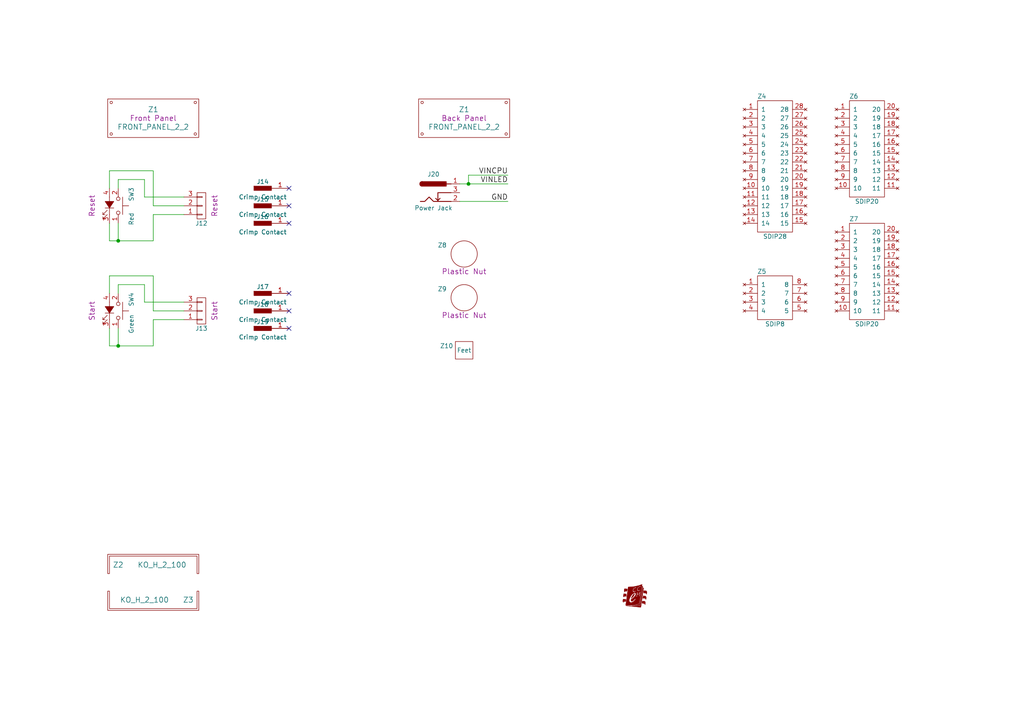
<source format=kicad_sch>
(kicad_sch (version 20230121) (generator eeschema)
  (paper "A4")
  (title_block (title "Case for RTI LED-Driver") (company "CCeH Secret Labs"))
  (lib_symbols
    (symbol "cceh-logo:LOGO" (pin_names (offset 1.016))
      (symbol "LOGO_0_0"
        (polyline (pts (xy -2.3622 -2.9972) (xy -2.5146 -2.9972) (xy -2.4892 -3.0226) (xy -2.3114 -3.0226) (xy -2.3622 -2.9972)) (stroke (width 0.0254)) (fill (type outline)))
        (polyline (pts (xy -0.9906 -0.7874) (xy -0.9398 -0.762) (xy -0.9144 -0.7112) (xy -0.8636 -0.6858) (xy -0.7112 -0.5334) (xy -0.6604 -0.508) (xy -0.5842 -0.4064) (xy -0.4826 -0.3048) (xy -0.3302 -0.1016) (xy -0.2286 0.1016) (xy -0.1778 0.1778) (xy -0.127 0.2794) (xy -0.1016 0.3556) (xy -0.1016 0.508) (xy -0.1524 0.508) (xy -0.254 0.4572) (xy -0.2794 0.4318) (xy -0.3302 0.4064) (xy -0.4826 0.254) (xy -0.5334 0.1778) (xy -0.762 -0.127) (xy -0.8128 -0.254) (xy -0.889 -0.3556) (xy -0.9906 -0.6096) (xy -1.0414 -0.7112) (xy -1.0414 -0.762) (xy -1.0668 -0.7874) (xy -1.0668 -0.8382) (xy -1.0414 -0.8382) (xy -0.9906 -0.7874)) (stroke (width 0.0254)) (fill (type outline)))
        (polyline (pts (xy 3.4036 0.4826) (xy 3.429 0.5588) (xy 3.429 0.6096) (xy 3.4544 0.6858) (xy 3.5052 0.9906) (xy 3.4036 1.1684) (xy 3.3528 1.27) (xy 3.302 1.3208) (xy 3.302 1.3462) (xy 3.0988 1.3462) (xy 3.0226 1.3716) (xy 2.9464 1.3716) (xy 2.5908 1.397) (xy 2.5908 1.3462) (xy 2.5654 1.3208) (xy 2.5654 1.2192) (xy 2.54 1.1684) (xy 2.54 0.9652) (xy 2.5146 0.9144) (xy 2.5146 0.7366) (xy 2.667 0.7366) (xy 2.7178 0.7112) (xy 2.921 0.7112) (xy 2.9718 0.6858) (xy 3.2004 0.6858) (xy 3.2004 0.6604) (xy 3.2512 0.6096) (xy 3.302 0.508) (xy 3.3274 0.4826) (xy 3.3528 0.4318) (xy 3.3528 0.381) (xy 3.3782 0.3556) (xy 3.4036 0.3556) (xy 3.4036 0.4826)) (stroke (width 0.0254)) (fill (type outline)))
        (polyline (pts (xy -2.921 1.0668) (xy -2.8956 1.1176) (xy -2.8956 1.2446) (xy -2.8702 1.27) (xy -2.667 1.27) (xy -2.5908 1.2446) (xy -2.3114 1.2446) (xy -2.3114 1.2954) (xy -2.286 1.3462) (xy -2.286 1.4732) (xy -2.2606 1.524) (xy -2.2606 1.651) (xy -2.2352 1.7272) (xy -2.2352 1.8796) (xy -2.286 1.8796) (xy -2.3368 1.905) (xy -2.4384 1.905) (xy -2.5146 1.9304) (xy -2.7178 1.9304) (xy -2.794 1.9558) (xy -2.9972 1.9558) (xy -3.0226 1.9812) (xy -3.0226 1.9304) (xy -3.048 1.8796) (xy -3.048 1.778) (xy -3.0734 1.7272) (xy -3.0734 1.651) (xy -3.1242 1.3208) (xy -3.048 1.143) (xy -3.0226 1.1176) (xy -2.9718 1.016) (xy -2.9464 0.9906) (xy -2.9464 0.9652) (xy -2.921 0.9652) (xy -2.921 1.0668)) (stroke (width 0.0254)) (fill (type outline)))
        (polyline (pts (xy -3.302 -1.9812) (xy -3.302 -1.8542) (xy -3.2766 -1.7272) (xy -2.9972 -1.7526) (xy -2.8448 -1.7526) (xy -2.794 -1.778) (xy -2.7178 -1.778) (xy -2.7178 -1.7018) (xy -2.6924 -1.651) (xy -2.6924 -1.5494) (xy -2.667 -1.4732) (xy -2.667 -1.2954) (xy -2.6416 -1.2446) (xy -2.6416 -1.1176) (xy -2.7178 -1.1176) (xy -2.7686 -1.0922) (xy -2.8956 -1.0922) (xy -2.9718 -1.0668) (xy -3.175 -1.0668) (xy -3.2512 -1.0414) (xy -3.4036 -1.0414) (xy -3.429 -1.0668) (xy -3.429 -1.143) (xy -3.4544 -1.2192) (xy -3.4544 -1.3462) (xy -3.4798 -1.4224) (xy -3.4798 -1.4986) (xy -3.5052 -1.5494) (xy -3.5052 -1.7018) (xy -3.4798 -1.7272) (xy -3.4798 -1.7526) (xy -3.4544 -1.778) (xy -3.3782 -1.9304) (xy -3.3274 -1.9812) (xy -3.3274 -2.0066) (xy -3.302 -1.9812)) (stroke (width 0.0254)) (fill (type outline)))
        (polyline (pts (xy -3.1496 -0.381) (xy -3.1242 -0.3556) (xy -3.1242 -0.2286) (xy -3.0988 -0.1778) (xy -3.048 -0.2032) (xy -2.8194 -0.2032) (xy -2.7432 -0.2286) (xy -2.54 -0.2286) (xy -2.54 -0.1524) (xy -2.5146 -0.127) (xy -2.5146 0) (xy -2.4892 0.0508) (xy -2.4892 0.1778) (xy -2.4638 0.254) (xy -2.4638 0.4064) (xy -2.4892 0.4318) (xy -2.6162 0.4318) (xy -2.667 0.4572) (xy -2.8702 0.4572) (xy -2.9464 0.4826) (xy -3.0734 0.4826) (xy -3.1242 0.508) (xy -3.2512 0.508) (xy -3.2512 0.4318) (xy -3.2766 0.381) (xy -3.2766 0.3048) (xy -3.302 0.254) (xy -3.302 0.1016) (xy -3.3274 0.0254) (xy -3.3274 -0.0508) (xy -3.3528 -0.1016) (xy -3.3528 -0.2286) (xy -3.3274 -0.254) (xy -3.3274 -0.2794) (xy -3.2512 -0.3556) (xy -3.1496 -0.4826) (xy -3.1496 -0.381)) (stroke (width 0.0254)) (fill (type outline)))
        (polyline (pts (xy 3.2004 -1.1176) (xy 3.2258 -1.0922) (xy 3.2258 -0.9652) (xy 3.2512 -0.9144) (xy 3.2512 -0.8382) (xy 3.302 -0.5334) (xy 3.2004 -0.3556) (xy 3.1496 -0.254) (xy 3.1242 -0.2286) (xy 3.1242 -0.2032) (xy 3.0988 -0.1778) (xy 3.048 -0.1778) (xy 2.9972 -0.1524) (xy 2.7686 -0.1524) (xy 2.6924 -0.127) (xy 2.3876 -0.127) (xy 2.3876 -0.2286) (xy 2.3622 -0.3048) (xy 2.3622 -0.4064) (xy 2.3368 -0.4826) (xy 2.3368 -0.6096) (xy 2.3114 -0.6604) (xy 2.3114 -0.762) (xy 2.3368 -0.7874) (xy 2.5654 -0.7874) (xy 2.6162 -0.8128) (xy 2.8702 -0.8128) (xy 2.921 -0.8382) (xy 2.9972 -0.8382) (xy 3.0226 -0.8636) (xy 3.0226 -0.889) (xy 3.048 -0.9144) (xy 3.1242 -1.0668) (xy 3.1496 -1.0922) (xy 3.175 -1.143) (xy 3.2004 -1.1684) (xy 3.2004 -1.1176)) (stroke (width 0.0254)) (fill (type outline)))
        (polyline (pts (xy 2.9718 -2.5908) (xy 2.9972 -2.54) (xy 2.9972 -2.413) (xy 3.0226 -2.3622) (xy 3.0226 -2.2098) (xy 3.048 -2.159) (xy 3.048 -2.0066) (xy 3.0226 -1.9558) (xy 3.0226 -1.9304) (xy 2.9718 -1.8288) (xy 2.9464 -1.8034) (xy 2.921 -1.7526) (xy 2.8702 -1.7018) (xy 2.8702 -1.6764) (xy 2.8194 -1.6764) (xy 2.7686 -1.651) (xy 2.54 -1.651) (xy 2.4638 -1.6256) (xy 2.159 -1.6256) (xy 2.159 -1.7272) (xy 2.1336 -1.8034) (xy 2.1336 -1.905) (xy 2.1082 -1.9812) (xy 2.1082 -2.1082) (xy 2.0828 -2.159) (xy 2.0828 -2.2606) (xy 2.1082 -2.286) (xy 2.286 -2.286) (xy 2.3368 -2.3114) (xy 2.54 -2.3114) (xy 2.5908 -2.3368) (xy 2.7686 -2.3368) (xy 2.794 -2.3622) (xy 2.794 -2.3876) (xy 2.8194 -2.413) (xy 2.8956 -2.5654) (xy 2.921 -2.5908) (xy 2.9464 -2.6416) (xy 2.9464 -2.667) (xy 2.9718 -2.667) (xy 2.9718 -2.5908)) (stroke (width 0.0254)) (fill (type outline)))
        (polyline (pts (xy 2.54 2.159) (xy 2.5146 2.1844) (xy 2.3876 2.1844) (xy 2.3876 2.1336) (xy 2.3622 2.1082) (xy 2.3622 1.9812) (xy 2.3114 1.778) (xy 2.3114 1.6764) (xy 2.2606 1.4224) (xy 2.2606 1.2954) (xy 2.2352 1.143) (xy 2.2098 0.9652) (xy 2.1844 0.8128) (xy 2.1336 0.4572) (xy 2.0828 0.254) (xy 2.0574 0.0508) (xy 2.032 -0.127) (xy 2.0066 -0.3302) (xy 1.6256 -2.8702) (xy 1.5494 -2.8702) (xy 1.3462 -2.921) (xy 1.2192 -2.9464) (xy 1.0922 -2.9464) (xy 0.7874 -2.9972) (xy 0.6096 -2.9972) (xy 0.4572 -3.0226) (xy 0.2794 -3.0226) (xy 0.1016 -3.048) (xy -0.0508 -3.048) (xy -0.2032 -3.0734) (xy -1.2954 -3.0734) (xy -1.4732 -3.048) (xy -1.8796 -3.048) (xy -2.1082 -3.0226) (xy -2.3114 -3.0226) (xy -2.2352 -3.048) (xy -2.0066 -3.048) (xy -1.8796 -3.0734) (xy -1.7526 -3.0734) (xy -1.6256 -3.0988) (xy -1.4732 -3.1242) (xy -1.2954 -3.1242) (xy -1.143 -3.1496) (xy -0.9652 -3.1496) (xy -0.6096 -3.2004) (xy -0.4318 -3.2004) (xy -0.381 -3.2258) (xy -0.1778 -3.2258) (xy 0.1778 -3.2766) (xy 0.3302 -3.2766) (xy 0.508 -3.302) (xy 0.6604 -3.3274) (xy 0.8128 -3.3274) (xy 0.9398 -3.3528) (xy 1.0922 -3.3528) (xy 1.1938 -3.3782) (xy 1.397 -3.3782) (xy 1.4986 -3.4036) (xy 1.7018 -3.4036) (xy 1.7272 -3.429) (xy 2.54 2.159)) (stroke (width 0.0254)) (fill (type outline)))
        (polyline (pts (xy -0.2794 -2.921) (xy 0.0254 -2.921) (xy 0.1778 -2.8956) (xy 0.3556 -2.8956) (xy 0.508 -2.8702) (xy 0.6858 -2.8702) (xy 1.143 -2.794) (xy 1.3208 -2.794) (xy 1.3716 -2.7686) (xy 1.4478 -2.7686) (xy 1.4732 -2.7432) (xy 1.4986 -2.7432) (xy 1.4986 -2.6924) (xy 1.524 -2.667) (xy 1.524 -2.54) (xy 1.5494 -2.4638) (xy 1.5494 -2.3622) (xy 1.6002 -2.159) (xy 1.6002 -2.032) (xy 1.6256 -1.905) (xy 1.7018 -1.4478) (xy 1.7272 -1.27) (xy 1.7526 -1.1176) (xy 1.8796 -0.2286) (xy 1.905 -0.0254) (xy 1.9812 0.508) (xy 2.032 0.6858) (xy 2.1082 1.2192) (xy 2.1336 1.3716) (xy 2.1336 1.5494) (xy 2.159 1.6764) (xy 2.1844 1.8288) (xy 2.2352 2.0828) (xy 2.2352 2.2098) (xy 2.286 2.413) (xy 2.286 2.5654) (xy 2.3114 2.6162) (xy 2.3114 2.6924) (xy 2.159 2.6924) (xy 2.159 2.667) (xy 2.1336 2.667) (xy 2.1336 2.54) (xy 2.1082 2.4638) (xy 2.1082 2.3876) (xy 2.0828 2.286) (xy 2.0828 2.1844) (xy 2.032 1.9304) (xy 1.9304 1.3208) (xy 1.905 1.143) (xy 1.8796 0.9398) (xy 1.8542 0.762) (xy 1.8288 0.5588) (xy 1.8034 0.381) (xy 1.778 0.1778) (xy 1.7272 -0.0254) (xy 1.6764 -0.4826) (xy 1.651 -0.6858) (xy 1.6002 -1.0414) (xy 1.5748 -1.1938) (xy 1.5494 -1.3208) (xy 1.524 -1.4732) (xy 1.4986 -1.5748) (xy 1.4986 -1.7018) (xy 1.4732 -1.778) (xy 1.4732 -1.8796) (xy 1.4478 -1.9558) (xy 1.4478 -2.032) (xy 1.4224 -2.0828) (xy 1.4224 -2.1844) (xy 1.397 -2.2098) (xy 1.397 -2.3114) (xy 1.3716 -2.3368) (xy 1.3716 -2.3622) (xy 1.3462 -2.3876) (xy 1.2446 -2.4384) (xy 1.1684 -2.4638) (xy 1.0922 -2.5146) (xy 0.9398 -2.5654) (xy 0.8128 -2.6162) (xy 0.508 -2.7178) (xy 0.3302 -2.7686) (xy 0.1524 -2.794) (xy -0.0254 -2.8448) (xy -0.2286 -2.8702) (xy -0.5842 -2.921) (xy -0.7366 -2.9464) (xy -0.4318 -2.9464) (xy -0.2794 -2.921)) (stroke (width 0.0254)) (fill (type outline)))
        (polyline (pts (xy -1.7018 -2.8448) (xy -1.2954 -2.8448) (xy -1.0922 -2.8194) (xy -0.9398 -2.8194) (xy -0.762 -2.794) (xy -0.6096 -2.794) (xy 0.1524 -2.667) (xy 0.3048 -2.6162) (xy 0.3302 -2.6162) (xy 0.4826 -2.5654) (xy 0.635 -2.54) (xy 0.762 -2.4892) (xy 0.889 -2.4638) (xy 1.2446 -2.286) (xy 1.27 -2.2606) (xy 1.27 -2.1336) (xy 1.2954 -2.0574) (xy 1.2954 -1.9812) (xy 1.3462 -1.778) (xy 1.3462 -1.651) (xy 1.397 -1.397) (xy 1.4732 -0.9398) (xy 1.651 0.3048) (xy 1.6764 0.508) (xy 1.7526 1.0414) (xy 1.8034 1.2192) (xy 1.8796 1.7526) (xy 1.905 1.905) (xy 1.9304 2.0828) (xy 1.9304 2.2352) (xy 2.0066 2.6162) (xy 2.0066 2.7432) (xy 2.0574 2.9464) (xy 2.0574 3.0988) (xy 2.0828 3.1496) (xy 2.0828 3.2258) (xy 2.0574 3.2258) (xy 2.0574 3.2004) (xy 2.0066 3.2004) (xy 1.9812 3.175) (xy 1.9304 3.175) (xy 1.8796 3.1496) (xy 1.3462 2.9718) (xy 1.2954 2.9464) (xy 1.27 2.9464) (xy 1.0414 2.8702) (xy 0.3556 2.7178) (xy 0.0508 2.6416) (xy -0.127 2.6162) (xy -0.5334 2.5654) (xy -0.762 2.54) (xy -0.9652 2.5146) (xy -1.2192 2.5146) (xy -1.4478 2.4892) (xy -1.6764 2.4892) (xy -1.9558 2.4638) (xy -1.9812 2.2606) (xy -2.0066 2.1082) (xy -2.032 1.8034) (xy -2.0828 1.524) (xy -2.0828 1.2954) (xy -0.635 1.2954) (xy -0.635 1.6002) (xy -0.5842 1.7018) (xy -0.5588 1.778) (xy -0.5334 1.8034) (xy -0.4826 1.9304) (xy -0.4064 2.032) (xy -0.3048 2.1336) (xy -0.1016 2.286) (xy 0 2.3368) (xy 0.127 2.3876) (xy 0.381 2.3876) (xy 0.4318 2.3622) (xy 0.4064 2.2606) (xy 0.4064 2.1336) (xy 0.381 2.159) (xy 0.3302 2.159) (xy 0.2794 2.1844) (xy 0.2032 2.2098) (xy 0.127 2.1844) (xy 0.0254 2.159) (xy -0.0508 2.1336) (xy -0.127 2.0828) (xy -0.2794 1.9304) (xy -0.3302 1.8542) (xy -0.381 1.7526) (xy -0.4318 1.6764) (xy -0.4318 1.651) (xy 0.635 1.651) (xy 0.635 1.8288) (xy 0.6858 2.032) (xy 0.7366 2.1336) (xy 0.7366 2.1844) (xy 0.889 2.3876) (xy 0.9906 2.4638) (xy 1.0668 2.54) (xy 1.1684 2.6162) (xy 1.3716 2.7178) (xy 1.4986 2.7432) (xy 1.6002 2.7432) (xy 1.651 2.7178) (xy 1.7272 2.7178) (xy 1.7018 2.6162) (xy 1.7018 2.5146) (xy 1.6764 2.4892) (xy 1.6256 2.5146) (xy 1.6002 2.5146) (xy 1.5494 2.54) (xy 1.397 2.54) (xy 1.3208 2.5146) (xy 1.27 2.4892) (xy 1.1938 2.4638) (xy 0.9906 2.2606) (xy 0.889 2.1082) (xy 0.8382 1.905) (xy 0.8128 1.8288) (xy 0.8128 1.7526) (xy 0.8382 1.6764) (xy 0.8636 1.6256) (xy 0.9398 1.5494) (xy 0.9906 1.524) (xy 1.0414 1.524) (xy 1.1176 1.4986) (xy 1.3462 1.5748) (xy 1.4478 1.6256) (xy 1.5494 1.7272) (xy 1.5748 1.7272) (xy 1.5748 1.5748) (xy 1.5494 1.5494) (xy 1.5494 1.524) (xy 1.524 1.4986) (xy 1.4732 1.4732) (xy 1.4478 1.4478) (xy 1.1938 1.3208) (xy 0.9144 1.3208) (xy 0.762 1.397) (xy 0.7112 1.4478) (xy 0.6858 1.4986) (xy 0.635 1.651) (xy -0.4318 1.651) (xy -0.4318 1.5748) (xy -0.4572 1.524) (xy -0.4572 1.397) (xy -0.4064 1.2954) (xy -0.3302 1.2192) (xy -0.2286 1.1684) (xy -0.0762 1.1684) (xy -0.0508 1.1938) (xy 0.1016 1.2446) (xy 0.2032 1.2954) (xy 0.3048 1.397) (xy 0.3048 1.2192) (xy 0.2794 1.1938) (xy 0.2794 1.1684) (xy 0.254 1.1684) (xy 0.2286 1.143) (xy 0.1778 1.1176) (xy 0.127 1.0668) (xy -0.1016 0.9906) (xy -0.1524 0.9906) (xy -0.2032 0.9652) (xy -0.2794 0.9652) (xy -0.3048 0.9906) (xy -0.3556 0.9906) (xy -0.4318 1.016) (xy -0.4826 1.0414) (xy -0.5588 1.1176) (xy -0.6096 1.2192) (xy -0.635 1.2954) (xy -2.0828 1.2954) (xy -2.1082 1.2446) (xy -2.159 0.9652) (xy -2.1844 0.6858) (xy -2.2352 0.4318) (xy -2.2606 0.1524) (xy -2.3114 -0.0762) (xy -2.3368 -0.3302) (xy -2.413 -1.016) (xy -2.4638 -1.2192) (xy -2.4892 -1.4224) (xy -2.4892 -1.5748) (xy -1.651 -1.5748) (xy -1.651 -1.4478) (xy -1.6256 -1.2954) (xy -1.6256 -1.1684) (xy -1.5748 -1.016) (xy -1.524 -0.8382) (xy -1.2192 -0.2286) (xy -1.1176 -0.1016) (xy -1.016 0.0508) (xy -0.9144 0.1778) (xy -0.6858 0.4064) (xy -0.5842 0.4826) (xy -0.4826 0.5842) (xy -0.381 0.635) (xy -0.381 0.6604) (xy -0.2794 0.6858) (xy -0.1778 0.7366) (xy -0.1016 0.762) (xy 0.0508 0.762) (xy 0.1524 0.7112) (xy 0.254 0.6096) (xy 0.254 0.5588) (xy 0.2794 0.4826) (xy 0.2794 0.4064) (xy 0.254 0.3302) (xy 0.2032 0.127) (xy 0.1524 0.0508) (xy 0.0762 -0.0508) (xy 0.0508 -0.1016) (xy -0.0508 -0.254) (xy -0.127 -0.3048) (xy -0.1778 -0.381) (xy -0.2286 -0.4318) (xy 0.4064 -0.4318) (xy 0.4318 -0.4064) (xy 0.4318 -0.254) (xy 0.4572 -0.2032) (xy 0.4572 -0.127) (xy 0.4826 -0.0508) (xy 0.4826 0.0508) (xy 0.508 0.127) (xy 0.508 0.2286) (xy 0.5334 0.3048) (xy 0.5334 0.4064) (xy 0.5588 0.4826) (xy 0.5588 0.5588) (xy 0.5842 0.635) (xy 0.5842 0.7112) (xy 0.6096 0.762) (xy 0.6096 0.889) (xy 0.635 0.889) (xy 0.6604 0.9144) (xy 0.7112 0.9144) (xy 0.7366 0.9398) (xy 0.8128 0.9398) (xy 0.8128 0.9144) (xy 0.7874 0.889) (xy 0.7874 0.762) (xy 0.762 0.6858) (xy 0.762 0.6096) (xy 0.7366 0.5588) (xy 0.7366 0.4318) (xy 0.7874 0.4318) (xy 0.8382 0.4572) (xy 0.889 0.4572) (xy 0.9398 0.4826) (xy 0.9906 0.4826) (xy 1.0668 0.508) (xy 1.1176 0.5334) (xy 1.1684 0.5334) (xy 1.2192 0.5588) (xy 1.27 0.5588) (xy 1.27 0.5842) (xy 1.2954 0.5842) (xy 1.2954 0.7112) (xy 1.3208 0.762) (xy 1.3208 0.8636) (xy 1.3462 0.9144) (xy 1.3462 1.016) (xy 1.3716 1.0668) (xy 1.3716 1.0922) (xy 1.397 1.0922) (xy 1.4224 1.1176) (xy 1.524 1.1176) (xy 1.5494 1.143) (xy 1.5494 1.0668) (xy 1.524 0.9906) (xy 1.524 0.8636) (xy 1.4986 0.7874) (xy 1.4986 0.7112) (xy 1.4732 0.6096) (xy 1.4732 0.5334) (xy 1.4478 0.4318) (xy 1.4478 0.3556) (xy 1.4224 0.254) (xy 1.397 0.1778) (xy 1.397 0.0254) (xy 1.3716 -0.0254) (xy 1.3716 -0.127) (xy 1.3462 -0.1524) (xy 1.3462 -0.1778) (xy 1.3208 -0.2032) (xy 1.27 -0.2032) (xy 1.2192 -0.2286) (xy 1.1684 -0.2286) (xy 1.1684 -0.1016) (xy 1.1938 -0.0508) (xy 1.1938 0) (xy 1.2192 0.0762) (xy 1.2192 0.2032) (xy 1.2446 0.2794) (xy 1.2446 0.381) (xy 1.2192 0.381) (xy 1.1938 0.3556) (xy 1.143 0.3556) (xy 1.0922 0.3302) (xy 1.0414 0.3302) (xy 0.9652 0.3048) (xy 0.9144 0.3048) (xy 0.8636 0.2794) (xy 0.8128 0.2794) (xy 0.762 0.254) (xy 0.7366 0.254) (xy 0.6858 0.2032) (xy 0.6858 0.0508) (xy 0.6604 0) (xy 0.6604 -0.0762) (xy 0.635 -0.1524) (xy 0.635 -0.2032) (xy 0.6096 -0.254) (xy 0.6096 -0.381) (xy 0.5842 -0.381) (xy 0.5588 -0.4064) (xy 0.4572 -0.4064) (xy 0.4318 -0.4318) (xy 0.4064 -0.4318) (xy -0.2286 -0.4318) (xy -0.508 -0.7112) (xy -0.6096 -0.7874) (xy -0.7366 -0.889) (xy -0.8636 -0.9652) (xy -0.9906 -1.0668) (xy -1.0414 -1.0922) (xy -1.0922 -1.143) (xy -1.143 -1.143) (xy -1.143 -1.4224) (xy -1.1176 -1.4986) (xy -1.0922 -1.5494) (xy -1.0414 -1.6002) (xy -0.9906 -1.6256) (xy -0.9652 -1.6256) (xy -0.9398 -1.651) (xy -0.8128 -1.651) (xy -0.762 -1.6256) (xy -0.7112 -1.6256) (xy -0.635 -1.5748) (xy -0.5334 -1.524) (xy -0.4572 -1.4478) (xy -0.3556 -1.3716) (xy -0.254 -1.27) (xy -0.0508 -1.016) (xy 0.0254 -0.9398) (xy 0.0254 -0.9144) (xy 0.0762 -0.9144) (xy 0.127 -0.9652) (xy 0.1778 -0.9906) (xy 0.2032 -0.9906) (xy 0.2032 -1.0668) (xy 0.1778 -1.0922) (xy 0.1524 -1.143) (xy 0.1016 -1.1684) (xy 0.0762 -1.2192) (xy 0.0254 -1.27) (xy 0 -1.3208) (xy -0.0254 -1.3462) (xy -0.0508 -1.397) (xy -0.127 -1.4478) (xy -0.1778 -1.524) (xy -0.4064 -1.7526) (xy -0.508 -1.8034) (xy -0.762 -1.9558) (xy -0.889 -2.0066) (xy -1.016 -2.032) (xy -1.27 -2.032) (xy -1.3208 -2.0066) (xy -1.397 -1.9812) (xy -1.4732 -1.9304) (xy -1.5748 -1.778) (xy -1.6002 -1.7526) (xy -1.6002 -1.7018) (xy -1.6256 -1.6764) (xy -1.6256 -1.6256) (xy -1.651 -1.5748) (xy -2.4892 -1.5748) (xy -2.54 -1.778) (xy -2.54 -1.9304) (xy -2.5908 -2.2352) (xy -2.6162 -2.3622) (xy -2.6162 -2.4638) (xy -2.6416 -2.5654) (xy -2.6416 -2.667) (xy -2.667 -2.7178) (xy -2.667 -2.8702) (xy -1.7018 -2.8702) (xy -1.7018 -2.8448)) (stroke (width 0.0254)) (fill (type outline)))
      )
    )
    (symbol "fischer-elektronik:FRONT_PANEL_2_2" (pin_names (offset 1.016))
      (property "Reference" "Z" (at 0 2.54 0))
      (property "Value" "FRONT_PANEL_2_2" (at 0 -2.54 0))
      (symbol "FRONT_PANEL_2_2_0_1"
        (rectangle (start -13.208 5.588) (end 13.208 -5.588))
        (circle (center -12.192 -4.572) (radius 0.3556))
        (circle (center -12.192 4.572) (radius 0.3556))
        (circle (center 12.192 -4.572) (radius 0.3556))
        (circle (center 12.192 4.572) (radius 0.3556))
      )
    )
    (symbol "fischer-elektronik:KO_H_2_100" (pin_names (offset 1.016))
      (property "Reference" "Z" (at -10.16 2.54 0))
      (property "Value" "KO_H_2_100" (at 2.54 2.54 0))
      (symbol "KO_H_2_100_0_1"
        (polyline (pts (xy -13.208 5.588) (xy 13.208 5.588) (xy 13.208 0) (xy 12.7 0) (xy 12.7 5.08) (xy -12.7 5.08) (xy -12.7 0) (xy -13.208 0) (xy -13.208 5.588)))
      )
    )
    (symbol "ic-sockets:SDIP20" (pin_names (offset 1.016))
      (property "Reference" "Z" (at -3.81 15.24 0))
      (property "Value" "SDIP20" (at 0 -15.24 0))
      (symbol "SDIP20_0_1"
        (rectangle (start -5.08 -13.97) (end 5.08 13.97))
      )
      (symbol "SDIP20_1_1"
        (pin no_connect line (at -8.89 11.43 0) (length 3.81) (name "1") (number "1"))
        (pin no_connect line (at -8.89 -11.43 0) (length 3.81) (name "10") (number "10"))
        (pin no_connect line (at 8.89 -11.43 180) (length 3.81) (name "11") (number "11"))
        (pin no_connect line (at 8.89 -8.89 180) (length 3.81) (name "12") (number "12"))
        (pin no_connect line (at 8.89 -6.35 180) (length 3.81) (name "13") (number "13"))
        (pin no_connect line (at 8.89 -3.81 180) (length 3.81) (name "14") (number "14"))
        (pin no_connect line (at 8.89 -1.27 180) (length 3.81) (name "15") (number "15"))
        (pin no_connect line (at 8.89 1.27 180) (length 3.81) (name "16") (number "16"))
        (pin no_connect line (at 8.89 3.81 180) (length 3.81) (name "17") (number "17"))
        (pin no_connect line (at 8.89 6.35 180) (length 3.81) (name "18") (number "18"))
        (pin no_connect line (at 8.89 8.89 180) (length 3.81) (name "19") (number "19"))
        (pin no_connect line (at -8.89 8.89 0) (length 3.81) (name "2") (number "2"))
        (pin no_connect line (at 8.89 11.43 180) (length 3.81) (name "20") (number "20"))
        (pin no_connect line (at -8.89 6.35 0) (length 3.81) (name "3") (number "3"))
        (pin no_connect line (at -8.89 3.81 0) (length 3.81) (name "4") (number "4"))
        (pin no_connect line (at -8.89 1.27 0) (length 3.81) (name "5") (number "5"))
        (pin no_connect line (at -8.89 -1.27 0) (length 3.81) (name "6") (number "6"))
        (pin no_connect line (at -8.89 -3.81 0) (length 3.81) (name "7") (number "7"))
        (pin no_connect line (at -8.89 -6.35 0) (length 3.81) (name "8") (number "8"))
        (pin no_connect line (at -8.89 -8.89 0) (length 3.81) (name "9") (number "9"))
      )
    )
    (symbol "ic-sockets:SDIP28" (pin_names (offset 1.016))
      (property "Reference" "Z" (at -3.81 20.32 0))
      (property "Value" "SDIP28" (at 0 -20.32 0))
      (symbol "SDIP28_0_1"
        (rectangle (start -5.08 -19.05) (end 5.08 19.05))
      )
      (symbol "SDIP28_1_1"
        (pin no_connect line (at -8.89 16.51 0) (length 3.81) (name "1") (number "1"))
        (pin no_connect line (at -8.89 -6.35 0) (length 3.81) (name "10") (number "10"))
        (pin no_connect line (at -8.89 -8.89 0) (length 3.81) (name "11") (number "11"))
        (pin no_connect line (at -8.89 -11.43 0) (length 3.81) (name "12") (number "12"))
        (pin no_connect line (at -8.89 -13.97 0) (length 3.81) (name "13") (number "13"))
        (pin no_connect line (at -8.89 -16.51 0) (length 3.81) (name "14") (number "14"))
        (pin no_connect line (at 8.89 -16.51 180) (length 3.81) (name "15") (number "15"))
        (pin no_connect line (at 8.89 -13.97 180) (length 3.81) (name "16") (number "16"))
        (pin no_connect line (at 8.89 -11.43 180) (length 3.81) (name "17") (number "17"))
        (pin no_connect line (at 8.89 -8.89 180) (length 3.81) (name "18") (number "18"))
        (pin no_connect line (at 8.89 -6.35 180) (length 3.81) (name "19") (number "19"))
        (pin no_connect line (at -8.89 13.97 0) (length 3.81) (name "2") (number "2"))
        (pin no_connect line (at 8.89 -3.81 180) (length 3.81) (name "20") (number "20"))
        (pin no_connect line (at 8.89 -1.27 180) (length 3.81) (name "21") (number "21"))
        (pin no_connect line (at 8.89 1.27 180) (length 3.81) (name "22") (number "22"))
        (pin no_connect line (at 8.89 3.81 180) (length 3.81) (name "23") (number "23"))
        (pin no_connect line (at 8.89 6.35 180) (length 3.81) (name "24") (number "24"))
        (pin no_connect line (at 8.89 8.89 180) (length 3.81) (name "25") (number "25"))
        (pin no_connect line (at 8.89 11.43 180) (length 3.81) (name "26") (number "26"))
        (pin no_connect line (at 8.89 13.97 180) (length 3.81) (name "27") (number "27"))
        (pin no_connect line (at 8.89 16.51 180) (length 3.81) (name "28") (number "28"))
        (pin no_connect line (at -8.89 11.43 0) (length 3.81) (name "3") (number "3"))
        (pin no_connect line (at -8.89 8.89 0) (length 3.81) (name "4") (number "4"))
        (pin no_connect line (at -8.89 6.35 0) (length 3.81) (name "5") (number "5"))
        (pin no_connect line (at -8.89 3.81 0) (length 3.81) (name "6") (number "6"))
        (pin no_connect line (at -8.89 1.27 0) (length 3.81) (name "7") (number "7"))
        (pin no_connect line (at -8.89 -1.27 0) (length 3.81) (name "8") (number "8"))
        (pin no_connect line (at -8.89 -3.81 0) (length 3.81) (name "9") (number "9"))
      )
    )
    (symbol "ic-sockets:SDIP8" (pin_names (offset 1.016))
      (property "Reference" "Z" (at -3.81 7.62 0))
      (property "Value" "SDIP8" (at 0 -7.62 0))
      (symbol "SDIP8_0_1"
        (rectangle (start -5.08 -6.35) (end 5.08 6.35))
      )
      (symbol "SDIP8_1_1"
        (pin no_connect line (at -8.89 3.81 0) (length 3.81) (name "1") (number "1"))
        (pin no_connect line (at -8.89 1.27 0) (length 3.81) (name "2") (number "2"))
        (pin no_connect line (at -8.89 -1.27 0) (length 3.81) (name "3") (number "3"))
        (pin no_connect line (at -8.89 -3.81 0) (length 3.81) (name "4") (number "4"))
        (pin no_connect line (at 8.89 -3.81 180) (length 3.81) (name "5") (number "5"))
        (pin no_connect line (at 8.89 -1.27 180) (length 3.81) (name "6") (number "6"))
        (pin no_connect line (at 8.89 1.27 180) (length 3.81) (name "7") (number "7"))
        (pin no_connect line (at 8.89 3.81 180) (length 3.81) (name "8") (number "8"))
      )
    )
    (symbol "rti-rescue:Barrel_Jack-conn" (pin_names (offset 1.016))
      (property "Reference" "J" (at 0 5.334 0))
      (property "Value" "Barrel_Jack-conn" (at 0 -4.445 0))
      (symbol "Barrel_Jack-conn_0_1"
        (arc (start -3.302 3.175) (mid -3.9343 2.54) (end -3.302 1.905) (stroke (width 0.254)))
        (arc (start -3.302 3.175) (mid -3.9343 2.54) (end -3.302 1.905) (stroke (width 0.254)) (fill (type outline)))
        (polyline (pts (xy 1.27 -2.286) (xy 1.905 -1.651)) (stroke (width 0.254)))
        (polyline (pts (xy 5.08 2.54) (xy 3.81 2.54)) (stroke (width 0.254)))
        (polyline (pts (xy 5.08 0) (xy 1.27 0) (xy 1.27 -2.286) (xy 0.635 -1.651)) (stroke (width 0.254)))
        (polyline (pts (xy -3.81 -2.54) (xy -2.54 -2.54) (xy -1.27 -1.27) (xy 0 -2.54) (xy 2.54 -2.54) (xy 5.08 -2.54)) (stroke (width 0.254)))
        (rectangle (start 3.683 3.175) (end -3.302 1.905) (stroke (width 0.254)) (fill (type outline)))
      )
      (symbol "Barrel_Jack-conn_1_1"
        (pin passive line (at 7.62 2.54 180) (length 2.54) (name "~") (number "1"))
        (pin passive line (at 7.62 -2.54 180) (length 2.54) (name "~") (number "2"))
        (pin passive line (at 7.62 0 180) (length 2.54) (name "~") (number "3"))
      )
    )
    (symbol "rti-rescue:CIRCLE1-graphic" (pin_numbers hide) (pin_names (offset 0))
      (property "Value" "CIRCLE1-graphic" (at 0 -2.54 0))
      (symbol "CIRCLE1-graphic_0_0"
        (circle (center 0 0) (radius 3.81))
      )
    )
    (symbol "rti-rescue:CONN_01X01_MALE-conn" (pin_names (offset 1.016) hide)
      (property "Reference" "J" (at 0 1.905 0))
      (property "Value" "CONN_01X01_MALE-conn" (at 0 -2.54 0))
      (symbol "CONN_01X01_MALE-conn_0_1"
        (rectangle (start -2.54 0.635) (end -2.54 0.635))
        (rectangle (start 2.54 0.635) (end -2.54 -0.635) (fill (type outline)))
      )
      (symbol "CONN_01X01_MALE-conn_1_1"
        (pin passive line (at 7.62 0 180) (length 5.08) (name "1") (number "1"))
      )
    )
    (symbol "rti-rescue:CONN_01X03-conn" (pin_names (offset 1.016) hide)
      (property "Reference" "J" (at 0 5.08 0))
      (property "Value" "CONN_01X03-conn" (at 2.54 0 90))
      (symbol "CONN_01X03-conn_0_1"
        (rectangle (start -1.27 -2.413) (end 0.254 -2.667))
        (rectangle (start -1.27 0.127) (end 0.254 -0.127))
        (rectangle (start -1.27 2.667) (end 0.254 2.413))
        (rectangle (start -1.27 3.81) (end 1.27 -3.81))
      )
      (symbol "CONN_01X03-conn_1_1"
        (pin passive line (at -5.08 2.54 0) (length 3.81) (name "P1") (number "1"))
        (pin passive line (at -5.08 0 0) (length 3.81) (name "P2") (number "2"))
        (pin passive line (at -5.08 -2.54 0) (length 3.81) (name "P3") (number "3"))
      )
    )
    (symbol "rti-rescue:SQUARE2-graphic" (pin_numbers hide) (pin_names (offset 0))
      (property "Value" "SQUARE2-graphic" (at 0 -2.54 0))
      (symbol "SQUARE2-graphic_0_0"
        (rectangle (start -2.54 -2.54) (end 2.54 2.54))
      )
    )
    (symbol "rti-rescue:SW_Push_LED-switches" (pin_names (offset 1.016) hide)
      (property "Reference" "SW" (at 0.635 5.715 0))
      (property "Value" "SW_Push_LED-switches" (at 0 -3.175 0))
      (symbol "SW_Push_LED-switches_0_0"
        (polyline (pts (xy -3.81 -1.905) (xy -2.54 -0.635)))
        (polyline (pts (xy -2.54 -1.905) (xy -1.27 -0.635)))
        (polyline (pts (xy -2.54 0) (xy 2.54 0)))
        (polyline (pts (xy -0.635 1.27) (xy -0.635 -1.27)))
        (polyline (pts (xy -3.81 -1.27) (xy -3.81 -1.905) (xy -3.175 -1.905)))
        (polyline (pts (xy -2.54 -1.27) (xy -2.54 -1.905) (xy -1.905 -1.905)))
        (polyline (pts (xy -0.635 0) (xy 1.27 1.27) (xy 1.27 -1.27) (xy -0.635 0)) (fill (type outline)))
      )
      (symbol "SW_Push_LED-switches_0_1"
        (circle (center -2.032 2.54) (radius 0.508))
        (polyline (pts (xy 0 3.81) (xy 0 5.588)))
        (polyline (pts (xy 2.54 3.81) (xy -2.54 3.81)))
        (circle (center 2.032 2.54) (radius 0.508))
        (pin passive line (at -5.08 2.54 0) (length 2.54) (name "1") (number "1"))
        (pin passive line (at 5.08 2.54 180) (length 2.54) (name "2") (number "2"))
        (pin passive line (at -5.08 0 0) (length 2.54) (name "K") (number "3"))
        (pin passive line (at 5.08 0 180) (length 2.54) (name "A") (number "4"))
      )
    )
  )
  (junction (at 34.29 100.33))
  (junction (at 34.29 69.85))
  (junction (at 135.89 53.34))
  (no_connect (at 83.82 64.77))
  (no_connect (at 83.82 90.17))
  (no_connect (at 83.82 95.25))
  (no_connect (at 83.82 59.69))
  (no_connect (at 83.82 85.09))
  (no_connect (at 83.82 54.61))
  (wire (pts (xy 41.91 57.15) (xy 53.34 57.15)))
  (wire (pts (xy 44.45 100.33) (xy 44.45 92.71)))
  (wire (pts (xy 44.45 49.53) (xy 44.45 59.69)))
  (wire (pts (xy 44.45 69.85) (xy 44.45 62.23)))
  (wire (pts (xy 34.29 82.55) (xy 41.91 82.55)))
  (wire (pts (xy 31.75 69.85) (xy 34.29 69.85)))
  (wire (pts (xy 41.91 52.07) (xy 41.91 57.15)))
  (wire (pts (xy 44.45 59.69) (xy 53.34 59.69)))
  (wire (pts (xy 135.89 50.8) (xy 147.32 50.8)))
  (wire (pts (xy 31.75 64.77) (xy 31.75 69.85)))
  (wire (pts (xy 31.75 49.53) (xy 44.45 49.53)))
  (wire (pts (xy 34.29 69.85) (xy 44.45 69.85)))
  (wire (pts (xy 41.91 82.55) (xy 41.91 87.63)))
  (wire (pts (xy 31.75 95.25) (xy 31.75 100.33)))
  (wire (pts (xy 133.35 53.34) (xy 135.89 53.34)))
  (wire (pts (xy 135.89 53.34) (xy 135.89 50.8)))
  (wire (pts (xy 34.29 64.77) (xy 34.29 69.85)))
  (wire (pts (xy 31.75 80.01) (xy 44.45 80.01)))
  (wire (pts (xy 41.91 87.63) (xy 53.34 87.63)))
  (wire (pts (xy 133.35 58.42) (xy 147.32 58.42)))
  (wire (pts (xy 34.29 85.09) (xy 34.29 82.55)))
  (wire (pts (xy 31.75 85.09) (xy 31.75 80.01)))
  (wire (pts (xy 44.45 80.01) (xy 44.45 90.17)))
  (wire (pts (xy 31.75 54.61) (xy 31.75 49.53)))
  (wire (pts (xy 34.29 54.61) (xy 34.29 52.07)))
  (wire (pts (xy 31.75 100.33) (xy 34.29 100.33)))
  (wire (pts (xy 34.29 95.25) (xy 34.29 100.33)))
  (wire (pts (xy 44.45 62.23) (xy 53.34 62.23)))
  (wire (pts (xy 34.29 52.07) (xy 41.91 52.07)))
  (wire (pts (xy 135.89 53.34) (xy 147.32 53.34)))
  (wire (pts (xy 44.45 90.17) (xy 53.34 90.17)))
  (wire (pts (xy 44.45 92.71) (xy 53.34 92.71)))
  (wire (pts (xy 34.29 100.33) (xy 44.45 100.33)))
  (label "GND" (at 147.32 58.42 180) (effects (font (size 1.524 1.524))))
  (label "VINCPU" (at 147.32 50.8 180) (effects (font (size 1.524 1.524))))
  (label "VINLED" (at 147.32 53.34 180) (effects (font (size 1.524 1.524))))
  (symbol (lib_id "cceh-logo:LOGO") (at 184.15 172.72 0) (unit 1)
    (property "Reference" "#G2" (effects hide))
    (property "Value" "LOGO" (effects hide))
  )
  (symbol (lib_id "rti-rescue:CIRCLE1-graphic") (at 134.62 73.66 0) (unit 1)
    (property "Reference" "Z8" (at 128.27 71.12 0))
    (property "Value" "NRJ-NUT-B" (effects hide))
    (property "Description" "Neutrik Plastic Nut" (effects hide))
    (property "Octopart" "nrj-nut-b-neutrik-141986" (effects hide))
    (property "Reichelt" "116986" (effects hide))
    (property "Legend" "Plastic Nut" (at 134.62 78.74 0) (effects (font (size 1.524 1.524))))
    (property "Criticality" "important" (effects hide))
    (property "Vendor" "Neutrik" (effects hide))
    (property "PartNo" "NRJ-NUT-B" (effects hide))
  )
  (symbol (lib_id "rti-rescue:CIRCLE1-graphic") (at 134.62 86.36 0) (unit 1)
    (property "Reference" "Z9" (at 128.27 83.82 0))
    (property "Value" "NRJ-NUT-B" (effects hide))
    (property "Description" "Neutrik Plastic Nut" (effects hide))
    (property "Reichelt" "116986" (effects hide))
    (property "Legend" "Plastic Nut" (at 134.62 91.44 0) (effects (font (size 1.524 1.524))))
    (property "Criticality" "important" (effects hide))
    (property "Vendor" "Neutrik" (effects hide))
    (property "PartNo" "NRJ-NUT-B" (effects hide))
  )
  (symbol (lib_id "rti-rescue:SQUARE2-graphic") (at 134.62 101.6 0) (unit 1)
    (property "Reference" "Z10" (at 129.54 100.33 0))
    (property "Value" "Feet" (at 134.62 101.6 0))
    (property "Description" "Adhesive Feet" (effects hide))
    (property "Reichelt" "53673" (effects hide))
  )
  (symbol (lib_id "rti-rescue:SW_Push_LED-switches") (at 31.75 59.69 270) (mirror x) (unit 1)
    (property "Reference" "SW3" (at 38.1 58.42 0) (effects (justify left)))
    (property "Value" "Red" (at 38.1 63.5 0))
    (property "Octopart" "1.15.106.501%2F1300-rafi-5432762" (effects hide))
    (property "Reichelt" "110895" (effects hide))
    (property "Legend" "Reset" (at 26.67 59.69 0) (effects (font (size 1.524 1.524))))
  )
  (symbol (lib_id "rti-rescue:SW_Push_LED-switches") (at 31.75 90.17 270) (mirror x) (unit 1)
    (property "Reference" "SW4" (at 38.1 88.9 0) (effects (justify left)))
    (property "Value" "Green" (at 38.1 93.98 0))
    (property "Octopart" "1.15.106.502%2F1500-rafi-5415858" (effects hide))
    (property "Reichelt" "110896" (effects hide))
    (property "Legend" "Start" (at 26.67 90.17 0) (effects (font (size 1.524 1.524))))
  )
  (symbol (lib_id "rti-rescue:CONN_01X03-conn") (at 58.42 59.69 0) (mirror x) (unit 1)
    (property "Reference" "J12" (at 58.42 64.77 0))
    (property "Value" "JST PH 3 Female" (effects hide))
    (property "Description" "Connector, single row, 1x3, female" (effects hide))
    (property "Octopart" "phr-3-jst-279151" (effects hide))
    (property "Reichelt" "185042" (effects hide))
    (property "Legend" "Reset" (at 62.23 59.69 90) (effects (font (size 1.524 1.524))))
    (property "Criticality" "important" (effects hide))
    (property "Vendor" "JST" (effects hide))
    (property "PartNo" "PHR-3" (effects hide))
  )
  (symbol (lib_id "rti-rescue:CONN_01X03-conn") (at 58.42 90.17 0) (mirror x) (unit 1)
    (property "Reference" "J13" (at 58.42 95.25 0))
    (property "Value" "JST PH 3 Female" (effects hide))
    (property "Reichelt" "185042" (effects hide))
    (property "Legend" "Start" (at 62.23 90.17 90) (effects (font (size 1.524 1.524))))
    (property "Criticality" "important" (effects hide))
  )
  (symbol (lib_id "rti-rescue:CONN_01X01_MALE-conn") (at 76.2 85.09 0) (unit 1)
    (property "Reference" "J17" (at 76.2 83.185 0))
    (property "Value" "Crimp Contact" (at 76.2 87.63 0))
    (property "Description" "Crimp Contact for JST PH, female" (effects hide))
    (property "Reichelt" "185071" (effects hide))
    (property "Criticality" "important" (effects hide))
  )
  (symbol (lib_id "rti-rescue:CONN_01X01_MALE-conn") (at 76.2 90.17 0) (unit 1)
    (property "Reference" "J18" (at 76.2 88.265 0))
    (property "Value" "Crimp Contact" (at 76.2 92.71 0))
    (property "Reichelt" "185071" (effects hide))
    (property "Criticality" "important" (effects hide))
  )
  (symbol (lib_id "rti-rescue:CONN_01X01_MALE-conn") (at 76.2 95.25 0) (unit 1)
    (property "Reference" "J19" (at 76.2 93.345 0))
    (property "Value" "Crimp Contact" (at 76.2 97.79 0))
    (property "Reichelt" "185071" (effects hide))
    (property "Criticality" "important" (effects hide))
  )
  (symbol (lib_id "rti-rescue:CONN_01X01_MALE-conn") (at 76.2 54.61 0) (unit 1)
    (property "Reference" "J14" (at 76.2 52.705 0))
    (property "Value" "Crimp Contact" (at 76.2 57.15 0))
    (property "Octopart" "bph-002t-p0.5s-jst-8407485" (effects hide))
    (property "Reichelt" "185071" (effects hide))
    (property "Criticality" "important" (effects hide))
    (property "Vendor" "JST" (effects hide))
    (property "PartNo" "BPH-002T-P0.5S" (effects hide))
  )
  (symbol (lib_id "rti-rescue:CONN_01X01_MALE-conn") (at 76.2 59.69 0) (unit 1)
    (property "Reference" "J15" (at 76.2 57.785 0))
    (property "Value" "Crimp Contact" (at 76.2 62.23 0))
    (property "Reichelt" "185071" (effects hide))
    (property "Criticality" "important" (effects hide))
  )
  (symbol (lib_id "rti-rescue:CONN_01X01_MALE-conn") (at 76.2 64.77 0) (unit 1)
    (property "Reference" "J16" (at 76.2 62.865 0))
    (property "Value" "Crimp Contact" (at 76.2 67.31 0))
    (property "Reichelt" "185071" (effects hide))
    (property "Criticality" "important" (effects hide))
  )
  (symbol (lib_id "rti-rescue:Barrel_Jack-conn") (at 125.73 55.88 0) (unit 1)
    (property "Reference" "J20" (at 125.73 50.546 0))
    (property "Value" "Power Jack" (at 125.73 60.325 0))
    (property "Reichelt" "8524" (effects hide))
    (property "Description" "Power Jack Socket 5,5 / 2,1 mm" (effects hide))
  )
  (symbol (lib_id "ic-sockets:SDIP28") (at 224.79 48.26 0) (unit 1)
    (property "Reference" "Z4" (at 220.98 27.94 0))
    (property "Value" "SDIP28" (at 224.79 68.58 0))
    (property "Reichelt" "86281" (effects hide))
  )
  (symbol (lib_id "ic-sockets:SDIP20") (at 251.46 43.18 0) (unit 1)
    (property "Reference" "Z6" (at 247.65 27.94 0))
    (property "Value" "SDIP20" (at 251.46 58.42 0))
    (property "Reichelt" "8212" (effects hide))
  )
  (symbol (lib_id "ic-sockets:SDIP20") (at 251.46 78.74 0) (unit 1)
    (property "Reference" "Z7" (at 247.65 63.5 0))
    (property "Value" "SDIP20" (at 251.46 93.98 0))
    (property "Reichelt" "8212" (effects hide))
  )
  (symbol (lib_id "ic-sockets:SDIP8") (at 224.79 86.36 0) (unit 1)
    (property "Reference" "Z5" (at 220.98 78.74 0))
    (property "Value" "SDIP8" (at 224.79 93.98 0))
    (property "Reichelt" "8230" (effects hide))
  )
  (symbol (lib_id "fischer-elektronik:KO_H_2_100") (at 44.45 166.37 0) (unit 1)
    (property "Reference" "Z2" (at 34.29 163.83 0) (effects (font (size 1.524 1.524))))
    (property "Value" "KO_H_2_100" (at 46.99 163.83 0) (effects (font (size 1.524 1.524))))
    (property "Reichelt" "58240" (effects hide))
    (property "Description" "Half-Shell-Case 100×22mm" (effects hide))
  )
  (symbol (lib_id "fischer-elektronik:KO_H_2_100") (at 44.45 171.45 180) (unit 1)
    (property "Reference" "Z3" (at 54.61 173.99 0) (effects (font (size 1.524 1.524))))
    (property "Value" "KO_H_2_100" (at 41.91 173.99 0) (effects (font (size 1.524 1.524))))
    (property "Reichelt" "58240" (effects hide))
    (property "Description" "Half-Shell-Case 100×22mm" (effects hide))
  )
  (symbol (lib_id "fischer-elektronik:FRONT_PANEL_2_2") (at 44.45 34.29 0) (unit 1)
    (property "Reference" "Z1" (at 44.45 31.75 0) (effects (font (size 1.524 1.524))))
    (property "Value" "FRONT_PANEL_2_2" (at 44.45 36.83 0) (effects (font (size 1.524 1.524))))
    (property "Reichelt" "58260" (effects hide))
    (property "Legend" "Front Panel" (at 44.45 34.29 0) (effects (font (size 1.524 1.524))))
  )
  (symbol (lib_id "fischer-elektronik:FRONT_PANEL_2_2") (at 134.62 34.29 0) (unit 2)
    (property "Reference" "Z1" (at 134.62 31.75 0) (effects (font (size 1.524 1.524))))
    (property "Value" "FRONT_PANEL_2_2" (at 134.62 36.83 0) (effects (font (size 1.524 1.524))))
    (property "Reichelt" "58260" (effects hide))
    (property "Legend" "Back Panel" (at 134.62 34.29 0) (effects (font (size 1.524 1.524))))
  )
)
</source>
